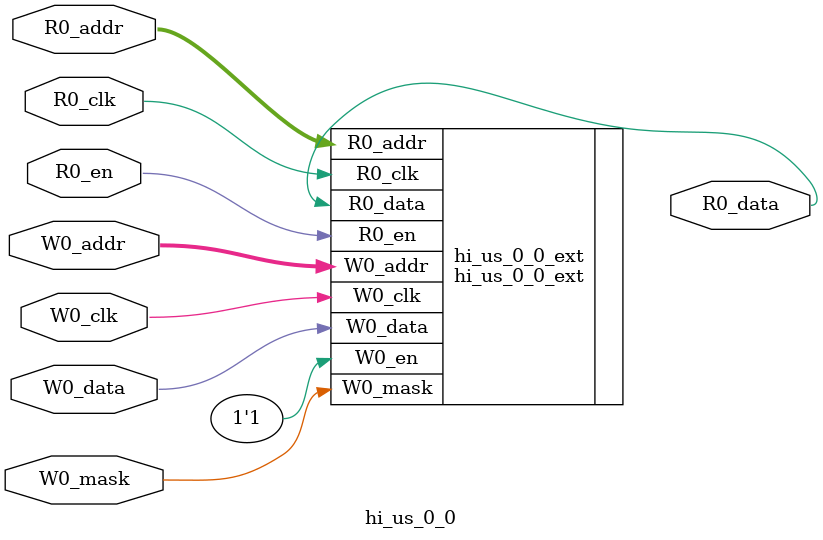
<source format=sv>
`ifndef RANDOMIZE
  `ifdef RANDOMIZE_REG_INIT
    `define RANDOMIZE
  `endif // RANDOMIZE_REG_INIT
`endif // not def RANDOMIZE
`ifndef RANDOMIZE
  `ifdef RANDOMIZE_MEM_INIT
    `define RANDOMIZE
  `endif // RANDOMIZE_MEM_INIT
`endif // not def RANDOMIZE

`ifndef RANDOM
  `define RANDOM $random
`endif // not def RANDOM

// Users can define 'PRINTF_COND' to add an extra gate to prints.
`ifndef PRINTF_COND_
  `ifdef PRINTF_COND
    `define PRINTF_COND_ (`PRINTF_COND)
  `else  // PRINTF_COND
    `define PRINTF_COND_ 1
  `endif // PRINTF_COND
`endif // not def PRINTF_COND_

// Users can define INIT_RANDOM as general code that gets injected into the
// initializer block for modules with registers.
`ifndef INIT_RANDOM
  `define INIT_RANDOM
`endif // not def INIT_RANDOM

// If using random initialization, you can also define RANDOMIZE_DELAY to
// customize the delay used, otherwise 0.002 is used.
`ifndef RANDOMIZE_DELAY
  `define RANDOMIZE_DELAY 0.002
`endif // not def RANDOMIZE_DELAY

// Define INIT_RANDOM_PROLOG_ for use in our modules below.
`ifndef INIT_RANDOM_PROLOG_
  `ifdef RANDOMIZE
    `ifdef VERILATOR
      `define INIT_RANDOM_PROLOG_ `INIT_RANDOM
    `else  // VERILATOR
      `define INIT_RANDOM_PROLOG_ `INIT_RANDOM #`RANDOMIZE_DELAY begin end
    `endif // VERILATOR
  `else  // RANDOMIZE
    `define INIT_RANDOM_PROLOG_
  `endif // RANDOMIZE
`endif // not def INIT_RANDOM_PROLOG_

// Include register initializers in init blocks unless synthesis is set
`ifndef SYNTHESIS
  `ifndef ENABLE_INITIAL_REG_
    `define ENABLE_INITIAL_REG_
  `endif // not def ENABLE_INITIAL_REG_
`endif // not def SYNTHESIS

// Include rmemory initializers in init blocks unless synthesis is set
`ifndef SYNTHESIS
  `ifndef ENABLE_INITIAL_MEM_
    `define ENABLE_INITIAL_MEM_
  `endif // not def ENABLE_INITIAL_MEM_
`endif // not def SYNTHESIS

module hi_us_0_0(
  input  [7:0] R0_addr,
  input        R0_en,
               R0_clk,
  input  [7:0] W0_addr,
  input        W0_clk,
               W0_data,
               W0_mask,
  output       R0_data
);

  hi_us_0_0_ext hi_us_0_0_ext (
    .R0_addr (R0_addr),
    .R0_en   (R0_en),
    .R0_clk  (R0_clk),
    .W0_addr (W0_addr),
    .W0_en   (1'h1),
    .W0_clk  (W0_clk),
    .W0_data (W0_data),
    .W0_mask (W0_mask),
    .R0_data (R0_data)
  );
endmodule


</source>
